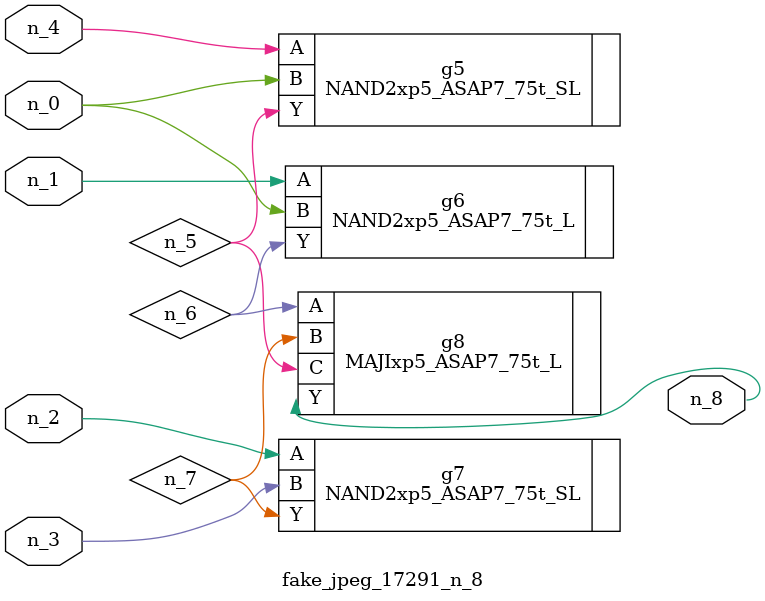
<source format=v>
module fake_jpeg_17291_n_8 (n_3, n_2, n_1, n_0, n_4, n_8);

input n_3;
input n_2;
input n_1;
input n_0;
input n_4;

output n_8;

wire n_6;
wire n_5;
wire n_7;

NAND2xp5_ASAP7_75t_SL g5 ( 
.A(n_4),
.B(n_0),
.Y(n_5)
);

NAND2xp5_ASAP7_75t_L g6 ( 
.A(n_1),
.B(n_0),
.Y(n_6)
);

NAND2xp5_ASAP7_75t_SL g7 ( 
.A(n_2),
.B(n_3),
.Y(n_7)
);

MAJIxp5_ASAP7_75t_L g8 ( 
.A(n_6),
.B(n_7),
.C(n_5),
.Y(n_8)
);


endmodule
</source>
